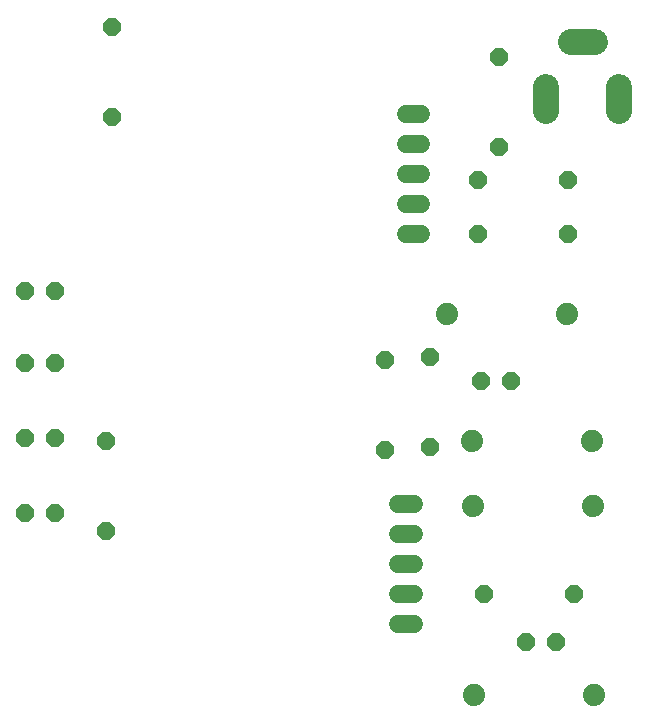
<source format=gbs>
G75*
%MOIN*%
%OFA0B0*%
%FSLAX25Y25*%
%IPPOS*%
%LPD*%
%AMOC8*
5,1,8,0,0,1.08239X$1,22.5*
%
%ADD10C,0.07400*%
%ADD11C,0.08674*%
%ADD12OC8,0.05950*%
%ADD13C,0.06000*%
%ADD14OC8,0.06000*%
D10*
X0161000Y0147500D03*
X0201000Y0147500D03*
X0209500Y0105000D03*
X0209906Y0083508D03*
X0169906Y0083508D03*
X0169500Y0105000D03*
X0170000Y0020500D03*
X0210000Y0020500D03*
D11*
X0218311Y0215063D02*
X0218311Y0222937D01*
X0210437Y0237898D02*
X0202563Y0237898D01*
X0194295Y0222937D02*
X0194295Y0215063D01*
D12*
X0030500Y0155000D03*
X0020500Y0155000D03*
X0020500Y0131000D03*
X0030500Y0131000D03*
X0030500Y0106000D03*
X0020500Y0106000D03*
X0020500Y0081000D03*
X0030500Y0081000D03*
D13*
X0144900Y0084000D02*
X0150100Y0084000D01*
X0150100Y0074000D02*
X0144900Y0074000D01*
X0144900Y0064000D02*
X0150100Y0064000D01*
X0150100Y0054000D02*
X0144900Y0054000D01*
X0144900Y0044000D02*
X0150100Y0044000D01*
X0152600Y0174000D02*
X0147400Y0174000D01*
X0147400Y0184000D02*
X0152600Y0184000D01*
X0152600Y0194000D02*
X0147400Y0194000D01*
X0147400Y0204000D02*
X0152600Y0204000D01*
X0152600Y0214000D02*
X0147400Y0214000D01*
D14*
X0047500Y0075000D03*
X0047500Y0105000D03*
X0140500Y0102000D03*
X0155500Y0103000D03*
X0172500Y0125000D03*
X0182500Y0125000D03*
X0155500Y0133000D03*
X0140500Y0132000D03*
X0171500Y0174000D03*
X0171500Y0192000D03*
X0178500Y0203000D03*
X0201500Y0192000D03*
X0201500Y0174000D03*
X0178500Y0233000D03*
X0049500Y0243000D03*
X0049500Y0213000D03*
X0173500Y0054000D03*
X0187500Y0038000D03*
X0197500Y0038000D03*
X0203500Y0054000D03*
M02*

</source>
